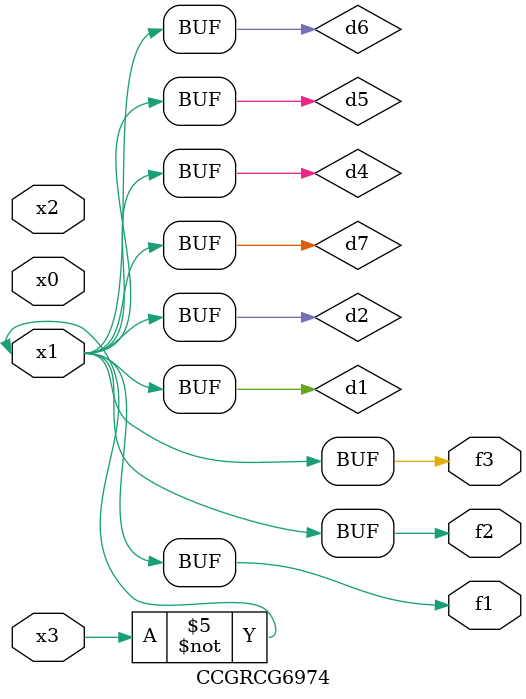
<source format=v>
module CCGRCG6974(
	input x0, x1, x2, x3,
	output f1, f2, f3
);

	wire d1, d2, d3, d4, d5, d6, d7;

	not (d1, x3);
	buf (d2, x1);
	xnor (d3, d1, d2);
	nor (d4, d1);
	buf (d5, d1, d2);
	buf (d6, d4, d5);
	nand (d7, d4);
	assign f1 = d6;
	assign f2 = d7;
	assign f3 = d6;
endmodule

</source>
